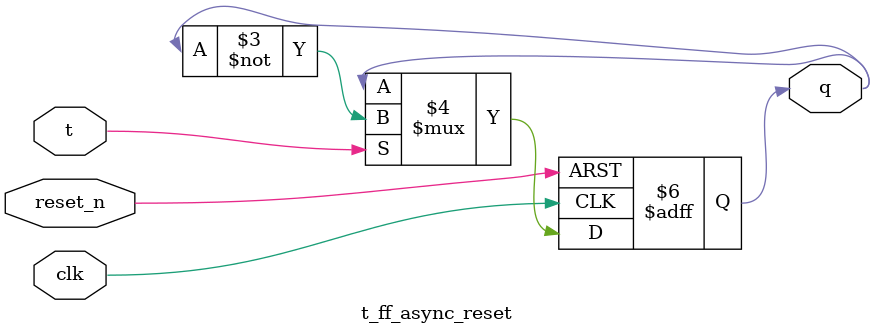
<source format=v>
module t_ff_async_reset (
    input wire clk,     
    input wire reset_n, 
    input wire t,       
    output reg q        
);

always @(negedge clk or negedge reset_n) begin
    if (!reset_n)
        q <= 1'b0;       
    else if (t)
        q <= ~q;         
end

endmodule


</source>
